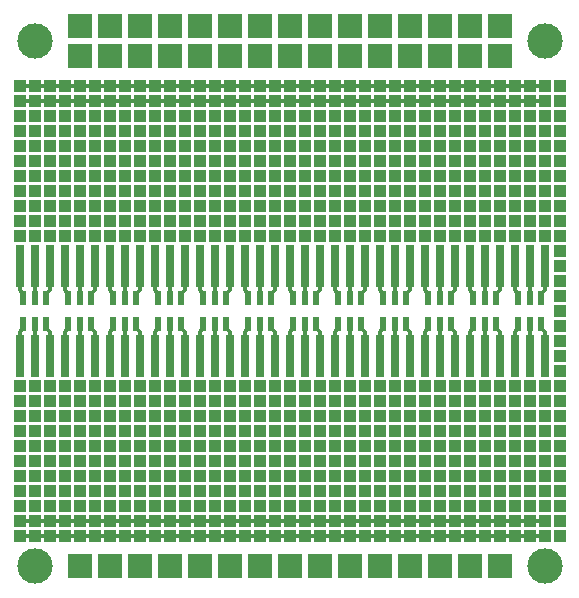
<source format=gtl>
G04 #@! TF.FileFunction,Copper,L1,Top,Signal*
%FSLAX46Y46*%
G04 Gerber Fmt 4.6, Leading zero omitted, Abs format (unit mm)*
G04 Created by KiCad (PCBNEW 4.0.4-stable) date Saturday, October 22, 2016 'PMt' 11:23:18 PM*
%MOMM*%
%LPD*%
G01*
G04 APERTURE LIST*
%ADD10C,0.150000*%
%ADD11R,0.579120X1.198880*%
%ADD12R,1.998980X1.998980*%
%ADD13R,1.000760X1.000760*%
%ADD14R,0.685800X3.600000*%
%ADD15C,3.000000*%
%ADD16C,0.304800*%
G04 APERTURE END LIST*
D10*
D11*
X27450040Y-52189820D03*
X28400000Y-52189820D03*
X29349960Y-52189820D03*
X29349960Y-49990180D03*
X28400000Y-49990180D03*
X27450040Y-49990180D03*
X50310040Y-52189820D03*
X51260000Y-52189820D03*
X52209960Y-52189820D03*
X52209960Y-49990180D03*
X51260000Y-49990180D03*
X50310040Y-49990180D03*
X69360040Y-52189820D03*
X70310000Y-52189820D03*
X71259960Y-52189820D03*
X71259960Y-49990180D03*
X70310000Y-49990180D03*
X69360040Y-49990180D03*
X65550040Y-52189820D03*
X66500000Y-52189820D03*
X67449960Y-52189820D03*
X67449960Y-49990180D03*
X66500000Y-49990180D03*
X65550040Y-49990180D03*
X61740040Y-52189820D03*
X62690000Y-52189820D03*
X63639960Y-52189820D03*
X63639960Y-49990180D03*
X62690000Y-49990180D03*
X61740040Y-49990180D03*
X57930040Y-52189820D03*
X58880000Y-52189820D03*
X59829960Y-52189820D03*
X59829960Y-49990180D03*
X58880000Y-49990180D03*
X57930040Y-49990180D03*
X54120040Y-52189820D03*
X55070000Y-52189820D03*
X56019960Y-52189820D03*
X56019960Y-49990180D03*
X55070000Y-49990180D03*
X54120040Y-49990180D03*
X46500040Y-52189820D03*
X47450000Y-52189820D03*
X48399960Y-52189820D03*
X48399960Y-49990180D03*
X47450000Y-49990180D03*
X46500040Y-49990180D03*
X42690040Y-52189820D03*
X43640000Y-52189820D03*
X44589960Y-52189820D03*
X44589960Y-49990180D03*
X43640000Y-49990180D03*
X42690040Y-49990180D03*
X38880040Y-52189820D03*
X39830000Y-52189820D03*
X40779960Y-52189820D03*
X40779960Y-49990180D03*
X39830000Y-49990180D03*
X38880040Y-49990180D03*
X35070040Y-52189820D03*
X36020000Y-52189820D03*
X36969960Y-52189820D03*
X36969960Y-49990180D03*
X36020000Y-49990180D03*
X35070040Y-49990180D03*
X31260040Y-52189820D03*
X32210000Y-52189820D03*
X33159960Y-52189820D03*
X33159960Y-49990180D03*
X32210000Y-49990180D03*
X31260040Y-49990180D03*
D12*
X32210000Y-26960000D03*
X34750000Y-26960000D03*
X37290000Y-26960000D03*
X39830000Y-26960000D03*
X42370000Y-26960000D03*
X44910000Y-26960000D03*
X47450000Y-26960000D03*
X49990000Y-26960000D03*
X52530000Y-26960000D03*
X55070000Y-26960000D03*
X57610000Y-26960000D03*
X60150000Y-26960000D03*
X62690000Y-26960000D03*
X65230000Y-26960000D03*
X67770000Y-26960000D03*
X57610000Y-72680000D03*
X60150000Y-72680000D03*
X55070000Y-72680000D03*
X52530000Y-72680000D03*
X49990000Y-72680000D03*
X47450000Y-72680000D03*
X44910000Y-72680000D03*
X32210000Y-72680000D03*
X34750000Y-72680000D03*
X37290000Y-72680000D03*
X39830000Y-72680000D03*
X42370000Y-72680000D03*
X62690000Y-72680000D03*
X65230000Y-72680000D03*
X67770000Y-72680000D03*
D13*
X28400000Y-68870000D03*
X27130000Y-68870000D03*
X27130000Y-57440000D03*
X28400000Y-33310000D03*
X27130000Y-33310000D03*
X29670000Y-33310000D03*
X30940000Y-33310000D03*
X32210000Y-33310000D03*
X33480000Y-33310000D03*
X34750000Y-33310000D03*
X36020000Y-33310000D03*
X37290000Y-33310000D03*
X38560000Y-33310000D03*
X42370000Y-33310000D03*
X43640000Y-33310000D03*
X44910000Y-33310000D03*
X46180000Y-33310000D03*
X47450000Y-33310000D03*
X48720000Y-33310000D03*
X49990000Y-33310000D03*
X51260000Y-33310000D03*
X52530000Y-33310000D03*
X56340000Y-33310000D03*
X58880000Y-33310000D03*
X60150000Y-33310000D03*
X66500000Y-33310000D03*
X67770000Y-33310000D03*
X70310000Y-33310000D03*
X39830000Y-33310000D03*
X71580000Y-33310000D03*
X69040000Y-33310000D03*
X65230000Y-33310000D03*
X63960000Y-33310000D03*
X62690000Y-33310000D03*
X61420000Y-33310000D03*
X57610000Y-33310000D03*
X55070000Y-33310000D03*
X53800000Y-33310000D03*
X71580000Y-32040000D03*
X70310000Y-32040000D03*
X69040000Y-32040000D03*
X67770000Y-32040000D03*
X66500000Y-32040000D03*
X65230000Y-32040000D03*
X63960000Y-32040000D03*
X62690000Y-32040000D03*
X41100000Y-33310000D03*
X61420000Y-32040000D03*
X60150000Y-32040000D03*
X58880000Y-32040000D03*
X57610000Y-32040000D03*
X56340000Y-32040000D03*
X55070000Y-32040000D03*
X53800000Y-32040000D03*
X52530000Y-32040000D03*
X51260000Y-32040000D03*
X49990000Y-32040000D03*
X48720000Y-32040000D03*
X47450000Y-32040000D03*
X46180000Y-32040000D03*
X44910000Y-32040000D03*
X43640000Y-32040000D03*
X42370000Y-32040000D03*
X41100000Y-32040000D03*
X39830000Y-32040000D03*
X37290000Y-32040000D03*
X38560000Y-32040000D03*
X36020000Y-32040000D03*
X34750000Y-32040000D03*
X33480000Y-32040000D03*
X32210000Y-32040000D03*
X30940000Y-32040000D03*
X29670000Y-32040000D03*
X28400000Y-32040000D03*
X27130000Y-32040000D03*
X30940000Y-70140000D03*
X38560000Y-70140000D03*
X39830000Y-70140000D03*
X41100000Y-70140000D03*
X42370000Y-70140000D03*
X43640000Y-70140000D03*
X52530000Y-70140000D03*
X65230000Y-70140000D03*
X69040000Y-70140000D03*
X70310000Y-70140000D03*
X71580000Y-70140000D03*
X27130000Y-70140000D03*
X67770000Y-70140000D03*
X66500000Y-70140000D03*
X63960000Y-70140000D03*
X62690000Y-70140000D03*
X61420000Y-70140000D03*
X60150000Y-70140000D03*
X58880000Y-70140000D03*
X57610000Y-70140000D03*
X56340000Y-70140000D03*
X55070000Y-70140000D03*
X53800000Y-70140000D03*
X51260000Y-70140000D03*
X49990000Y-70140000D03*
X48720000Y-70140000D03*
X47450000Y-70140000D03*
X46180000Y-70140000D03*
X44910000Y-70140000D03*
X37290000Y-70140000D03*
X36020000Y-70140000D03*
X34750000Y-70140000D03*
X33480000Y-70140000D03*
X32210000Y-70140000D03*
X29670000Y-70140000D03*
X28400000Y-70140000D03*
X33480000Y-68870000D03*
X49990000Y-68870000D03*
X51260000Y-68870000D03*
X60150000Y-68870000D03*
X61420000Y-68870000D03*
X65230000Y-68870000D03*
X69040000Y-68870000D03*
X71580000Y-68870000D03*
X70310000Y-68870000D03*
X67770000Y-68870000D03*
X66500000Y-68870000D03*
X63960000Y-68870000D03*
X47450000Y-68870000D03*
X46180000Y-68870000D03*
X44910000Y-68870000D03*
X43640000Y-68870000D03*
X42370000Y-68870000D03*
X39830000Y-68870000D03*
X38560000Y-68870000D03*
X37290000Y-68870000D03*
X36020000Y-68870000D03*
X34750000Y-68870000D03*
X32210000Y-68870000D03*
X62690000Y-68870000D03*
X58880000Y-68870000D03*
X57610000Y-68870000D03*
X56340000Y-68870000D03*
X55070000Y-68870000D03*
X53800000Y-68870000D03*
X52530000Y-68870000D03*
X30940000Y-68870000D03*
X29670000Y-68870000D03*
X41100000Y-68870000D03*
X48720000Y-68870000D03*
D14*
X27130000Y-54900000D03*
X28400000Y-54900000D03*
X29670000Y-54900000D03*
X29670000Y-47280000D03*
X28400000Y-47280000D03*
X27130000Y-47280000D03*
X46180000Y-54900000D03*
X47450000Y-54900000D03*
X48720000Y-54900000D03*
X48720000Y-47280000D03*
X47450000Y-47280000D03*
X46180000Y-47280000D03*
X42370000Y-54900000D03*
X43640000Y-54900000D03*
X44910000Y-54900000D03*
X44910000Y-47280000D03*
X43640000Y-47280000D03*
X42370000Y-47280000D03*
X49990000Y-54900000D03*
X51260000Y-54900000D03*
X52530000Y-54900000D03*
X52530000Y-47280000D03*
X51260000Y-47280000D03*
X49990000Y-47280000D03*
X30940000Y-54900000D03*
X32210000Y-54900000D03*
X33480000Y-54900000D03*
X33480000Y-47280000D03*
X32210000Y-47280000D03*
X30940000Y-47280000D03*
X53800000Y-54900000D03*
X55070000Y-54900000D03*
X56340000Y-54900000D03*
X56340000Y-47280000D03*
X55070000Y-47280000D03*
X53800000Y-47280000D03*
X57610000Y-54900000D03*
X58880000Y-54900000D03*
X60150000Y-54900000D03*
X60150000Y-47280000D03*
X58880000Y-47280000D03*
X57610000Y-47280000D03*
X38560000Y-54900000D03*
X39830000Y-54900000D03*
X41100000Y-54900000D03*
X41100000Y-47280000D03*
X39830000Y-47280000D03*
X38560000Y-47280000D03*
X61420000Y-54900000D03*
X62690000Y-54900000D03*
X63960000Y-54900000D03*
X63960000Y-47280000D03*
X62690000Y-47280000D03*
X61420000Y-47280000D03*
X65230000Y-54900000D03*
X66500000Y-54900000D03*
X67770000Y-54900000D03*
X67770000Y-47280000D03*
X66500000Y-47280000D03*
X65230000Y-47280000D03*
X34750000Y-54900000D03*
X36020000Y-54900000D03*
X37290000Y-54900000D03*
X37290000Y-47280000D03*
X36020000Y-47280000D03*
X34750000Y-47280000D03*
X69040000Y-54900000D03*
X70310000Y-54900000D03*
X71580000Y-54900000D03*
X71580000Y-47280000D03*
X70310000Y-47280000D03*
X69040000Y-47280000D03*
D15*
X28400000Y-72680000D03*
X71580000Y-72680000D03*
X28400000Y-28230000D03*
X71580000Y-28230000D03*
D13*
X27130000Y-58710000D03*
X28400000Y-57440000D03*
X29670000Y-57440000D03*
X28400000Y-58710000D03*
X29670000Y-58710000D03*
X30940000Y-57440000D03*
X30940000Y-58710000D03*
X27130000Y-59980000D03*
X27130000Y-61250000D03*
X27130000Y-62520000D03*
X27130000Y-63790000D03*
X27130000Y-65060000D03*
X27130000Y-66330000D03*
X27130000Y-67600000D03*
X28400000Y-59980000D03*
X28400000Y-61250000D03*
X28400000Y-62520000D03*
X28400000Y-63790000D03*
X28400000Y-65060000D03*
X28400000Y-66330000D03*
X28400000Y-67600000D03*
X29670000Y-67600000D03*
X29670000Y-66330000D03*
X29670000Y-65060000D03*
X29670000Y-63790000D03*
X29670000Y-62520000D03*
X29670000Y-59980000D03*
X29670000Y-61250000D03*
X30940000Y-59980000D03*
X30940000Y-61250000D03*
X30940000Y-67600000D03*
X30940000Y-66330000D03*
X30940000Y-65060000D03*
X30940000Y-62520000D03*
X30940000Y-63790000D03*
X32210000Y-57440000D03*
X32210000Y-58710000D03*
X32210000Y-59980000D03*
X32210000Y-61250000D03*
X32210000Y-62520000D03*
X32210000Y-63790000D03*
X32210000Y-65060000D03*
X32210000Y-66330000D03*
X32210000Y-67600000D03*
X33480000Y-67600000D03*
X34750000Y-67600000D03*
X33480000Y-66330000D03*
X34750000Y-65060000D03*
X34750000Y-66330000D03*
X39830000Y-61250000D03*
X37290000Y-62520000D03*
X38560000Y-62520000D03*
X34750000Y-58710000D03*
X37290000Y-58710000D03*
X34750000Y-59980000D03*
X33480000Y-62520000D03*
X37290000Y-61250000D03*
X37290000Y-59980000D03*
X34750000Y-57440000D03*
X33480000Y-57440000D03*
X33480000Y-58710000D03*
X33480000Y-59980000D03*
X33480000Y-61250000D03*
X36020000Y-63790000D03*
X36020000Y-61250000D03*
X33480000Y-65060000D03*
X33480000Y-63790000D03*
X34750000Y-63790000D03*
X34750000Y-62520000D03*
X34750000Y-61250000D03*
X36020000Y-62520000D03*
X36020000Y-57440000D03*
X36020000Y-58710000D03*
X36020000Y-59980000D03*
X37290000Y-57440000D03*
X38560000Y-57440000D03*
X38560000Y-58710000D03*
X38560000Y-59980000D03*
X36020000Y-65060000D03*
X36020000Y-66330000D03*
X36020000Y-67600000D03*
X37290000Y-63790000D03*
X38560000Y-63790000D03*
X38560000Y-65060000D03*
X37290000Y-65060000D03*
X38560000Y-66330000D03*
X37290000Y-66330000D03*
X38560000Y-67600000D03*
X37290000Y-67600000D03*
X39830000Y-67600000D03*
X39830000Y-66330000D03*
X39830000Y-62520000D03*
X39830000Y-63790000D03*
X39830000Y-65060000D03*
X39830000Y-57440000D03*
X39830000Y-58710000D03*
X39830000Y-59980000D03*
X41100000Y-67600000D03*
X41100000Y-66330000D03*
X41100000Y-65060000D03*
X41100000Y-63790000D03*
X41100000Y-62520000D03*
X41100000Y-61250000D03*
X41100000Y-57440000D03*
X41100000Y-58710000D03*
X41100000Y-59980000D03*
X42370000Y-57440000D03*
X42370000Y-58710000D03*
X42370000Y-59980000D03*
X42370000Y-61250000D03*
X42370000Y-62520000D03*
X42370000Y-63790000D03*
X42370000Y-65060000D03*
X42370000Y-66330000D03*
X42370000Y-67600000D03*
X43640000Y-67600000D03*
X43640000Y-66330000D03*
X43640000Y-65060000D03*
X43640000Y-63790000D03*
X43640000Y-62520000D03*
X43640000Y-61250000D03*
X43640000Y-59980000D03*
X43640000Y-58710000D03*
X43640000Y-57440000D03*
X44910000Y-57440000D03*
X44910000Y-58710000D03*
X44910000Y-59980000D03*
X44910000Y-61250000D03*
X44910000Y-62520000D03*
X44910000Y-63790000D03*
X44910000Y-65060000D03*
X44910000Y-66330000D03*
X44910000Y-67600000D03*
X46180000Y-67600000D03*
X46180000Y-66330000D03*
X46180000Y-65060000D03*
X46180000Y-63790000D03*
X46180000Y-62520000D03*
X46180000Y-61250000D03*
X46180000Y-59980000D03*
X46180000Y-58710000D03*
X46180000Y-57440000D03*
X47450000Y-66330000D03*
X47450000Y-67600000D03*
X47450000Y-65060000D03*
X48720000Y-63790000D03*
X47450000Y-62520000D03*
X38560000Y-61250000D03*
X47450000Y-61250000D03*
X47450000Y-59980000D03*
X47450000Y-58710000D03*
X47450000Y-57440000D03*
X48720000Y-67600000D03*
X49990000Y-67600000D03*
X48720000Y-66330000D03*
X49990000Y-66330000D03*
X48720000Y-65060000D03*
X49990000Y-65060000D03*
X47450000Y-63790000D03*
X49990000Y-63790000D03*
X48720000Y-62520000D03*
X49990000Y-62520000D03*
X48720000Y-61250000D03*
X49990000Y-61250000D03*
X48720000Y-59980000D03*
X49990000Y-59980000D03*
X48720000Y-58710000D03*
X49990000Y-58710000D03*
X48720000Y-57440000D03*
X49990000Y-57440000D03*
X51260000Y-67600000D03*
X51260000Y-66330000D03*
X52530000Y-67600000D03*
X51260000Y-65060000D03*
X52530000Y-66330000D03*
X51260000Y-63790000D03*
X53800000Y-67600000D03*
X71580000Y-67600000D03*
X71580000Y-57440000D03*
X71580000Y-58710000D03*
X70310000Y-57440000D03*
X70310000Y-58710000D03*
X69040000Y-57440000D03*
X69040000Y-58710000D03*
X67770000Y-57440000D03*
X67770000Y-58710000D03*
X66500000Y-57440000D03*
X66500000Y-58710000D03*
X71580000Y-59980000D03*
X65230000Y-62520000D03*
X71580000Y-62520000D03*
X71580000Y-63790000D03*
X72850000Y-34580000D03*
X71580000Y-65060000D03*
X71580000Y-66330000D03*
X70310000Y-61250000D03*
X70310000Y-63790000D03*
X69040000Y-62520000D03*
X69040000Y-63790000D03*
X69040000Y-59980000D03*
X69040000Y-61250000D03*
X72850000Y-38390000D03*
X67770000Y-59980000D03*
X67770000Y-61250000D03*
X66500000Y-59980000D03*
X66500000Y-61250000D03*
X66500000Y-62520000D03*
X67770000Y-62520000D03*
X66500000Y-63790000D03*
X67770000Y-63790000D03*
X72850000Y-49820000D03*
X72850000Y-46010000D03*
X72850000Y-42200000D03*
X70310000Y-65060000D03*
X69040000Y-65060000D03*
X70310000Y-66330000D03*
X69040000Y-66330000D03*
X70310000Y-67600000D03*
X69040000Y-67600000D03*
X67770000Y-65060000D03*
X66500000Y-65060000D03*
X65230000Y-57440000D03*
X65230000Y-58710000D03*
X65230000Y-59980000D03*
X63960000Y-59980000D03*
X65230000Y-61250000D03*
X63960000Y-61250000D03*
X71580000Y-61250000D03*
X63960000Y-62520000D03*
X63960000Y-58710000D03*
X63960000Y-57440000D03*
X65230000Y-63790000D03*
X63960000Y-63790000D03*
X72850000Y-57440000D03*
X72850000Y-53630000D03*
X67770000Y-66330000D03*
X67770000Y-67600000D03*
X66500000Y-66330000D03*
X66500000Y-67600000D03*
X65230000Y-65060000D03*
X63960000Y-65060000D03*
X65230000Y-67600000D03*
X65230000Y-66330000D03*
X63960000Y-67600000D03*
X63960000Y-66330000D03*
X62690000Y-57440000D03*
X62690000Y-58710000D03*
X61420000Y-57440000D03*
X61420000Y-58710000D03*
X60150000Y-57440000D03*
X58880000Y-57440000D03*
X57610000Y-57440000D03*
X56340000Y-57440000D03*
X55070000Y-57440000D03*
X52530000Y-57440000D03*
X51260000Y-57440000D03*
X53800000Y-57440000D03*
X51260000Y-58710000D03*
X51260000Y-59980000D03*
X51260000Y-61250000D03*
X52530000Y-58710000D03*
X52530000Y-59980000D03*
X53800000Y-58710000D03*
X55070000Y-58710000D03*
X53800000Y-59980000D03*
X52530000Y-61250000D03*
X56340000Y-58710000D03*
X60150000Y-58710000D03*
X58880000Y-58710000D03*
X57610000Y-58710000D03*
X55070000Y-59980000D03*
X53800000Y-61250000D03*
X51260000Y-62520000D03*
X52530000Y-62520000D03*
X52530000Y-63790000D03*
X52530000Y-65060000D03*
X53800000Y-62520000D03*
X53800000Y-63790000D03*
X53800000Y-65060000D03*
X53800000Y-66330000D03*
X56340000Y-59980000D03*
X55070000Y-61250000D03*
X57610000Y-59980000D03*
X58880000Y-59980000D03*
X61420000Y-59980000D03*
X62690000Y-59980000D03*
X60150000Y-59980000D03*
X62690000Y-61250000D03*
X61420000Y-61250000D03*
X60150000Y-61250000D03*
X58880000Y-61250000D03*
X56340000Y-61250000D03*
X57610000Y-61250000D03*
X62690000Y-62520000D03*
X61420000Y-62520000D03*
X58880000Y-62520000D03*
X60150000Y-62520000D03*
X70310000Y-59980000D03*
X55070000Y-62520000D03*
X56340000Y-62520000D03*
X57610000Y-62520000D03*
X55070000Y-63790000D03*
X56340000Y-63790000D03*
X57610000Y-63790000D03*
X60150000Y-63790000D03*
X58880000Y-63790000D03*
X61420000Y-63790000D03*
X62690000Y-63790000D03*
X70310000Y-62520000D03*
X72850000Y-61250000D03*
X55070000Y-67600000D03*
X55070000Y-66330000D03*
X55070000Y-65060000D03*
X56340000Y-65060000D03*
X57610000Y-67600000D03*
X56340000Y-67600000D03*
X56340000Y-66330000D03*
X58880000Y-66330000D03*
X57610000Y-66330000D03*
X57610000Y-65060000D03*
X72850000Y-70140000D03*
X72850000Y-68870000D03*
X72850000Y-65060000D03*
X62690000Y-65060000D03*
X62690000Y-67600000D03*
X62690000Y-66330000D03*
X58880000Y-65060000D03*
X61420000Y-65060000D03*
X60150000Y-65060000D03*
X61420000Y-66330000D03*
X60150000Y-67600000D03*
X60150000Y-66330000D03*
X61420000Y-67600000D03*
X58880000Y-67600000D03*
X27130000Y-34580000D03*
X28400000Y-34580000D03*
X29670000Y-34580000D03*
X30940000Y-34580000D03*
X32210000Y-34580000D03*
X33480000Y-34580000D03*
X34750000Y-34580000D03*
X36020000Y-34580000D03*
X37290000Y-34580000D03*
X38560000Y-34580000D03*
X39830000Y-34580000D03*
X41100000Y-34580000D03*
X42370000Y-34580000D03*
X43640000Y-34580000D03*
X44910000Y-34580000D03*
X46180000Y-34580000D03*
X47450000Y-34580000D03*
X48720000Y-34580000D03*
X38560000Y-35850000D03*
X37290000Y-35850000D03*
X36020000Y-35850000D03*
X34750000Y-35850000D03*
X33480000Y-35850000D03*
X32210000Y-35850000D03*
X30940000Y-35850000D03*
X28400000Y-35850000D03*
X29670000Y-35850000D03*
X27130000Y-35850000D03*
X27130000Y-37120000D03*
X27130000Y-38390000D03*
X27130000Y-39660000D03*
X28400000Y-37120000D03*
X27130000Y-44740000D03*
X27130000Y-42200000D03*
X27130000Y-40930000D03*
X27130000Y-43470000D03*
X29670000Y-37120000D03*
X30940000Y-37120000D03*
X32210000Y-37120000D03*
X33480000Y-37120000D03*
X34750000Y-37120000D03*
X36020000Y-37120000D03*
X28400000Y-38390000D03*
X29670000Y-38390000D03*
X32210000Y-38390000D03*
X30940000Y-38390000D03*
X33480000Y-38390000D03*
X28400000Y-39660000D03*
X28400000Y-44740000D03*
X28400000Y-42200000D03*
X28400000Y-40930000D03*
X29670000Y-43470000D03*
X28400000Y-43470000D03*
X29670000Y-39660000D03*
X29670000Y-40930000D03*
X29670000Y-42200000D03*
X29670000Y-44740000D03*
X30940000Y-39660000D03*
X30940000Y-40930000D03*
X30940000Y-42200000D03*
X32210000Y-39660000D03*
X33480000Y-39660000D03*
X30940000Y-44740000D03*
X30940000Y-43470000D03*
X32210000Y-44740000D03*
X32210000Y-43470000D03*
X32210000Y-40930000D03*
X32210000Y-42200000D03*
X34750000Y-44740000D03*
X33480000Y-44740000D03*
X33480000Y-43470000D03*
X33480000Y-42200000D03*
X33480000Y-40930000D03*
X34750000Y-38390000D03*
X34750000Y-39660000D03*
X34750000Y-40930000D03*
X34750000Y-42200000D03*
X34750000Y-43470000D03*
X37290000Y-37120000D03*
X52530000Y-34580000D03*
X51260000Y-34580000D03*
X49990000Y-34580000D03*
X49990000Y-35850000D03*
X47450000Y-35850000D03*
X48720000Y-35850000D03*
X46180000Y-35850000D03*
X44910000Y-35850000D03*
X41100000Y-35850000D03*
X38560000Y-38390000D03*
X39830000Y-39660000D03*
X42370000Y-38390000D03*
X46180000Y-39660000D03*
X38560000Y-42200000D03*
X42370000Y-42200000D03*
X44910000Y-43470000D03*
X46180000Y-42200000D03*
X39830000Y-35850000D03*
X43640000Y-35850000D03*
X42370000Y-35850000D03*
X38560000Y-37120000D03*
X39830000Y-37120000D03*
X43640000Y-37120000D03*
X36020000Y-44740000D03*
X36020000Y-38390000D03*
X41100000Y-37120000D03*
X42370000Y-37120000D03*
X36020000Y-40930000D03*
X37290000Y-44740000D03*
X52530000Y-44740000D03*
X51260000Y-44740000D03*
X49990000Y-44740000D03*
X48720000Y-44740000D03*
X47450000Y-44740000D03*
X46180000Y-44740000D03*
X44910000Y-44740000D03*
X43640000Y-44740000D03*
X42370000Y-44740000D03*
X41100000Y-44740000D03*
X39830000Y-44740000D03*
X38560000Y-44740000D03*
X36020000Y-43470000D03*
X52530000Y-43470000D03*
X51260000Y-43470000D03*
X49990000Y-43470000D03*
X48720000Y-42200000D03*
X48720000Y-43470000D03*
X47450000Y-43470000D03*
X46180000Y-43470000D03*
X44910000Y-42200000D03*
X47450000Y-42200000D03*
X43640000Y-43470000D03*
X42370000Y-43470000D03*
X41100000Y-43470000D03*
X39830000Y-43470000D03*
X38560000Y-43470000D03*
X37290000Y-43470000D03*
X37290000Y-42200000D03*
X36020000Y-42200000D03*
X39830000Y-42200000D03*
X41100000Y-42200000D03*
X43640000Y-42200000D03*
X37290000Y-40930000D03*
X38560000Y-40930000D03*
X39830000Y-40930000D03*
X41100000Y-40930000D03*
X42370000Y-40930000D03*
X43640000Y-40930000D03*
X36020000Y-39660000D03*
X37290000Y-39660000D03*
X37290000Y-38390000D03*
X38560000Y-39660000D03*
X39830000Y-38390000D03*
X41100000Y-39660000D03*
X41100000Y-38390000D03*
X42370000Y-39660000D03*
X43640000Y-39660000D03*
X43640000Y-38390000D03*
X44910000Y-37120000D03*
X44910000Y-38390000D03*
X44910000Y-39660000D03*
X44910000Y-40930000D03*
X46180000Y-40930000D03*
X46180000Y-37120000D03*
X47450000Y-37120000D03*
X49990000Y-37120000D03*
X48720000Y-37120000D03*
X46180000Y-38390000D03*
X47450000Y-38390000D03*
X47450000Y-39660000D03*
X47450000Y-40930000D03*
X48720000Y-40930000D03*
X49990000Y-42200000D03*
X48720000Y-39660000D03*
X48720000Y-38390000D03*
X49990000Y-38390000D03*
X49990000Y-39660000D03*
X49990000Y-40930000D03*
X51260000Y-42200000D03*
X51260000Y-35850000D03*
X52530000Y-35850000D03*
X51260000Y-37120000D03*
X52530000Y-37120000D03*
X51260000Y-40930000D03*
X51260000Y-39660000D03*
X51260000Y-38390000D03*
X52530000Y-38390000D03*
X52530000Y-39660000D03*
X52530000Y-40930000D03*
X52530000Y-42200000D03*
X53800000Y-44740000D03*
X53800000Y-43470000D03*
X53800000Y-42200000D03*
X53800000Y-34580000D03*
X53800000Y-35850000D03*
X53800000Y-37120000D03*
X53800000Y-38390000D03*
X53800000Y-40930000D03*
X53800000Y-39660000D03*
X55070000Y-44740000D03*
X56340000Y-44740000D03*
X57610000Y-44740000D03*
X58880000Y-44740000D03*
X60150000Y-44740000D03*
X61420000Y-44740000D03*
X55070000Y-43470000D03*
X55070000Y-34580000D03*
X55070000Y-35850000D03*
X55070000Y-37120000D03*
X55070000Y-38390000D03*
X55070000Y-39660000D03*
X55070000Y-40930000D03*
X55070000Y-42200000D03*
X56340000Y-34580000D03*
X56340000Y-35850000D03*
X56340000Y-37120000D03*
X56340000Y-38390000D03*
X56340000Y-39660000D03*
X56340000Y-40930000D03*
X57610000Y-42200000D03*
X56340000Y-42200000D03*
X56340000Y-43470000D03*
X57610000Y-43470000D03*
X57610000Y-40930000D03*
X57610000Y-39660000D03*
X57610000Y-38390000D03*
X57610000Y-37120000D03*
X57610000Y-34580000D03*
X57610000Y-35850000D03*
X58880000Y-34580000D03*
X58880000Y-35850000D03*
X58880000Y-37120000D03*
X58880000Y-39660000D03*
X58880000Y-38390000D03*
X58880000Y-40930000D03*
X58880000Y-42200000D03*
X58880000Y-43470000D03*
X60150000Y-43470000D03*
X60150000Y-42200000D03*
X60150000Y-40930000D03*
X60150000Y-38390000D03*
X60150000Y-39660000D03*
X72850000Y-67600000D03*
X72850000Y-66330000D03*
X60150000Y-37120000D03*
X60150000Y-35850000D03*
X60150000Y-34580000D03*
X61420000Y-34580000D03*
X61420000Y-35850000D03*
X61420000Y-37120000D03*
X72850000Y-62520000D03*
X72850000Y-63790000D03*
X61420000Y-38390000D03*
X61420000Y-40930000D03*
X61420000Y-39660000D03*
X61420000Y-43470000D03*
X61420000Y-42200000D03*
X62690000Y-44740000D03*
X62690000Y-43470000D03*
X62690000Y-42200000D03*
X62690000Y-40930000D03*
X63960000Y-39660000D03*
X62690000Y-38390000D03*
X72850000Y-59980000D03*
X72850000Y-58710000D03*
X62690000Y-37120000D03*
X62690000Y-34580000D03*
X62690000Y-35850000D03*
X63960000Y-34580000D03*
X65230000Y-34580000D03*
X66500000Y-34580000D03*
X67770000Y-34580000D03*
X69040000Y-34580000D03*
X71580000Y-34580000D03*
X70310000Y-34580000D03*
X71580000Y-35850000D03*
X70310000Y-35850000D03*
X69040000Y-35850000D03*
X67770000Y-35850000D03*
X66500000Y-35850000D03*
X63960000Y-35850000D03*
X65230000Y-35850000D03*
X71580000Y-37120000D03*
X70310000Y-37120000D03*
X69040000Y-37120000D03*
X67770000Y-37120000D03*
X63960000Y-37120000D03*
X65230000Y-37120000D03*
X66500000Y-37120000D03*
X72850000Y-54900000D03*
X72850000Y-32040000D03*
X72850000Y-35850000D03*
X72850000Y-43470000D03*
X72850000Y-39660000D03*
X72850000Y-51090000D03*
X72850000Y-47280000D03*
X63960000Y-44740000D03*
X71580000Y-44740000D03*
X70310000Y-44740000D03*
X69040000Y-44740000D03*
X67770000Y-44740000D03*
X66500000Y-44740000D03*
X65230000Y-44740000D03*
X72850000Y-56170000D03*
X63960000Y-38390000D03*
X62690000Y-39660000D03*
X63960000Y-40930000D03*
X63960000Y-42200000D03*
X63960000Y-43470000D03*
X65230000Y-43470000D03*
X65230000Y-42200000D03*
X72850000Y-52360000D03*
X72850000Y-48550000D03*
X72850000Y-44740000D03*
X65230000Y-38390000D03*
X65230000Y-39660000D03*
X65230000Y-40930000D03*
X66500000Y-38390000D03*
X66500000Y-39660000D03*
X66500000Y-40930000D03*
X66500000Y-42200000D03*
X66500000Y-43470000D03*
X67770000Y-43470000D03*
X67770000Y-42200000D03*
X67770000Y-40930000D03*
X72850000Y-40930000D03*
X72850000Y-33310000D03*
X72850000Y-37120000D03*
X67770000Y-38390000D03*
X67770000Y-39660000D03*
X69040000Y-38390000D03*
X70310000Y-38390000D03*
X71580000Y-38390000D03*
X69040000Y-39660000D03*
X69040000Y-40930000D03*
X70310000Y-39660000D03*
X70310000Y-40930000D03*
X71580000Y-39660000D03*
X71580000Y-40930000D03*
X69040000Y-42200000D03*
X69040000Y-43470000D03*
X70310000Y-42200000D03*
X71580000Y-42200000D03*
X71580000Y-43470000D03*
X70310000Y-43470000D03*
D12*
X32210000Y-29500000D03*
X34750000Y-29500000D03*
X37290000Y-29500000D03*
X39830000Y-29500000D03*
X42370000Y-29500000D03*
X47450000Y-29500000D03*
X44910000Y-29500000D03*
X52530000Y-29500000D03*
X49990000Y-29500000D03*
X67770000Y-29500000D03*
X65230000Y-29500000D03*
X62690000Y-29500000D03*
X60150000Y-29500000D03*
X57610000Y-29500000D03*
X55070000Y-29500000D03*
D16*
X29349960Y-49632040D02*
X29670000Y-49312000D01*
X29670000Y-49312000D02*
X29670000Y-47280000D01*
X29349960Y-49990180D02*
X29349960Y-49632040D01*
X27450040Y-49632040D02*
X27130000Y-49312000D01*
X27130000Y-49312000D02*
X27130000Y-47280000D01*
X27450040Y-49990180D02*
X27450040Y-49632040D01*
X28400000Y-52189820D02*
X28400000Y-54900000D01*
X33159960Y-52547960D02*
X33480000Y-52868000D01*
X33480000Y-52868000D02*
X33480000Y-54900000D01*
X33159960Y-52189820D02*
X33159960Y-52547960D01*
X32210000Y-49990180D02*
X32210000Y-47280000D01*
X32210000Y-52189820D02*
X32210000Y-54900000D01*
X33159960Y-49632040D02*
X33480000Y-49312000D01*
X33480000Y-49312000D02*
X33480000Y-47280000D01*
X33159960Y-49990180D02*
X33159960Y-49632040D01*
X31260040Y-49632040D02*
X30940000Y-49312000D01*
X30940000Y-49312000D02*
X30940000Y-47280000D01*
X31260040Y-49990180D02*
X31260040Y-49632040D01*
X27450040Y-52547960D02*
X27130000Y-52868000D01*
X27130000Y-52868000D02*
X27130000Y-54900000D01*
X27450040Y-52189820D02*
X27450040Y-52547960D01*
X29349960Y-52547960D02*
X29670000Y-52868000D01*
X29670000Y-52868000D02*
X29670000Y-54900000D01*
X29349960Y-52189820D02*
X29349960Y-52547960D01*
X28400000Y-49990180D02*
X28400000Y-47280000D01*
X69040000Y-70140000D02*
X67770000Y-70140000D01*
X70310000Y-70140000D02*
X69040000Y-70140000D01*
X71580000Y-70140000D02*
X70310000Y-70140000D01*
X63960000Y-70140000D02*
X62690000Y-70140000D01*
X65230000Y-70140000D02*
X63960000Y-70140000D01*
X66500000Y-70140000D02*
X65230000Y-70140000D01*
X67770000Y-70140000D02*
X66500000Y-70140000D01*
X28400000Y-70140000D02*
X27130000Y-70140000D01*
X29670000Y-70140000D02*
X28400000Y-70140000D01*
X30940000Y-70140000D02*
X29670000Y-70140000D01*
X32210000Y-70140000D02*
X30940000Y-70140000D01*
X33480000Y-70140000D02*
X32210000Y-70140000D01*
X34750000Y-70140000D02*
X33480000Y-70140000D01*
X36020000Y-70140000D02*
X34750000Y-70140000D01*
X37290000Y-70140000D02*
X36020000Y-70140000D01*
X38560000Y-70140000D02*
X37290000Y-70140000D01*
X39830000Y-70140000D02*
X38560000Y-70140000D01*
X41100000Y-70140000D02*
X39830000Y-70140000D01*
X42370000Y-70140000D02*
X41100000Y-70140000D01*
X43640000Y-70140000D02*
X42370000Y-70140000D01*
X44910000Y-70140000D02*
X43640000Y-70140000D01*
X46180000Y-70140000D02*
X44910000Y-70140000D01*
X47450000Y-70140000D02*
X46180000Y-70140000D01*
X48720000Y-70140000D02*
X47450000Y-70140000D01*
X49990000Y-70140000D02*
X48720000Y-70140000D01*
X51260000Y-70140000D02*
X49990000Y-70140000D01*
X52530000Y-70140000D02*
X51260000Y-70140000D01*
X53800000Y-70140000D02*
X52530000Y-70140000D01*
X55070000Y-70140000D02*
X53800000Y-70140000D01*
X56340000Y-70140000D02*
X55070000Y-70140000D01*
X57610000Y-70140000D02*
X56340000Y-70140000D01*
X58880000Y-70140000D02*
X57610000Y-70140000D01*
X60150000Y-70140000D02*
X58880000Y-70140000D01*
X61420000Y-70140000D02*
X60150000Y-70140000D01*
X62690000Y-70140000D02*
X61420000Y-70140000D01*
X53800000Y-33310000D02*
X52530000Y-33310000D01*
X55070000Y-33310000D02*
X53800000Y-33310000D01*
X56340000Y-33310000D02*
X55070000Y-33310000D01*
X57610000Y-33310000D02*
X56340000Y-33310000D01*
X58880000Y-33310000D02*
X57610000Y-33310000D01*
X60150000Y-33310000D02*
X58880000Y-33310000D01*
X61420000Y-33310000D02*
X60150000Y-33310000D01*
X62690000Y-33310000D02*
X61420000Y-33310000D01*
X63960000Y-33310000D02*
X62690000Y-33310000D01*
X65230000Y-33310000D02*
X63960000Y-33310000D01*
X66500000Y-33310000D02*
X65230000Y-33310000D01*
X67770000Y-33310000D02*
X66500000Y-33310000D01*
X69040000Y-33310000D02*
X67770000Y-33310000D01*
X70310000Y-33310000D02*
X69040000Y-33310000D01*
X28400000Y-33310000D02*
X27130000Y-33310000D01*
X29670000Y-33310000D02*
X28400000Y-33310000D01*
X30940000Y-33310000D02*
X29670000Y-33310000D01*
X32210000Y-33310000D02*
X30940000Y-33310000D01*
X33480000Y-33310000D02*
X32210000Y-33310000D01*
X34750000Y-33310000D02*
X33480000Y-33310000D01*
X36020000Y-33310000D02*
X34750000Y-33310000D01*
X37290000Y-33310000D02*
X36020000Y-33310000D01*
X38560000Y-33310000D02*
X37290000Y-33310000D01*
X39830000Y-33310000D02*
X38560000Y-33310000D01*
X41100000Y-33310000D02*
X39830000Y-33310000D01*
X42370000Y-33310000D02*
X41100000Y-33310000D01*
X43640000Y-33310000D02*
X42370000Y-33310000D01*
X44910000Y-33310000D02*
X43640000Y-33310000D01*
X46180000Y-33310000D02*
X44910000Y-33310000D01*
X47450000Y-33310000D02*
X46180000Y-33310000D01*
X48720000Y-33310000D02*
X47450000Y-33310000D01*
X49990000Y-33310000D02*
X48720000Y-33310000D01*
X51260000Y-33310000D02*
X49990000Y-33310000D01*
X52530000Y-33310000D02*
X51260000Y-33310000D01*
X71580000Y-33310000D02*
X70310000Y-33310000D01*
X29670000Y-32040000D02*
X30940000Y-32040000D01*
X28400000Y-32040000D02*
X29670000Y-32040000D01*
X27130000Y-32040000D02*
X28400000Y-32040000D01*
X53800000Y-32040000D02*
X55070000Y-32040000D01*
X52530000Y-32040000D02*
X53800000Y-32040000D01*
X51260000Y-32040000D02*
X52530000Y-32040000D01*
X49990000Y-32040000D02*
X51260000Y-32040000D01*
X48720000Y-32040000D02*
X49990000Y-32040000D01*
X47450000Y-32040000D02*
X48720000Y-32040000D01*
X46180000Y-32040000D02*
X47450000Y-32040000D01*
X44910000Y-32040000D02*
X46180000Y-32040000D01*
X43640000Y-32040000D02*
X44910000Y-32040000D01*
X42370000Y-32040000D02*
X43640000Y-32040000D01*
X41100000Y-32040000D02*
X42370000Y-32040000D01*
X39830000Y-32040000D02*
X41100000Y-32040000D01*
X38560000Y-32040000D02*
X39830000Y-32040000D01*
X37290000Y-32040000D02*
X38560000Y-32040000D01*
X36020000Y-32040000D02*
X37290000Y-32040000D01*
X34750000Y-32040000D02*
X36020000Y-32040000D01*
X33480000Y-32040000D02*
X34750000Y-32040000D01*
X32210000Y-32040000D02*
X33480000Y-32040000D01*
X30940000Y-32040000D02*
X32210000Y-32040000D01*
X70310000Y-32040000D02*
X71580000Y-32040000D01*
X69040000Y-32040000D02*
X70310000Y-32040000D01*
X67770000Y-32040000D02*
X69040000Y-32040000D01*
X66500000Y-32040000D02*
X67770000Y-32040000D01*
X65230000Y-32040000D02*
X66500000Y-32040000D01*
X63960000Y-32040000D02*
X65230000Y-32040000D01*
X62690000Y-32040000D02*
X63960000Y-32040000D01*
X61420000Y-32040000D02*
X62690000Y-32040000D01*
X60150000Y-32040000D02*
X61420000Y-32040000D01*
X58880000Y-32040000D02*
X60150000Y-32040000D01*
X57610000Y-32040000D02*
X58880000Y-32040000D01*
X56340000Y-32040000D02*
X57610000Y-32040000D01*
X55070000Y-32040000D02*
X56340000Y-32040000D01*
X51260000Y-52189820D02*
X51260000Y-54900000D01*
X52209960Y-49632040D02*
X52530000Y-49312000D01*
X52530000Y-49312000D02*
X52530000Y-47280000D01*
X52209960Y-49990180D02*
X52209960Y-49632040D01*
X50310040Y-49632040D02*
X49990000Y-49312000D01*
X50310040Y-49990180D02*
X50310040Y-49632040D01*
X49990000Y-49312000D02*
X49990000Y-47280000D01*
X46500040Y-52547960D02*
X46180000Y-52868000D01*
X46180000Y-52868000D02*
X46180000Y-54900000D01*
X46500040Y-52189820D02*
X46500040Y-52547960D01*
X48399960Y-52189820D02*
X48399960Y-52547960D01*
X48399960Y-52547960D02*
X48720000Y-52868000D01*
X48720000Y-52868000D02*
X48720000Y-54900000D01*
X48399960Y-49632040D02*
X48720000Y-49312000D01*
X48720000Y-49312000D02*
X48720000Y-47280000D01*
X48399960Y-49990180D02*
X48399960Y-49632040D01*
X47450000Y-49990180D02*
X47450000Y-47280000D01*
X46500040Y-49632040D02*
X46180000Y-49312000D01*
X46180000Y-49312000D02*
X46180000Y-47280000D01*
X46500040Y-49990180D02*
X46500040Y-49632040D01*
X54120040Y-52547960D02*
X53800000Y-52868000D01*
X53800000Y-52868000D02*
X53800000Y-54900000D01*
X54120040Y-52189820D02*
X54120040Y-52547960D01*
X56019960Y-52547960D02*
X56340000Y-52868000D01*
X56340000Y-52868000D02*
X56340000Y-54900000D01*
X56019960Y-52189820D02*
X56019960Y-52547960D01*
X55070000Y-49990180D02*
X55070000Y-47280000D01*
X55070000Y-52189820D02*
X55070000Y-54900000D01*
X56019960Y-49632040D02*
X56340000Y-49312000D01*
X56340000Y-49312000D02*
X56340000Y-47280000D01*
X56019960Y-49990180D02*
X56019960Y-49632040D01*
X54120040Y-49632040D02*
X53800000Y-49312000D01*
X53800000Y-49312000D02*
X53800000Y-47280000D01*
X54120040Y-49990180D02*
X54120040Y-49632040D01*
X50310040Y-52547960D02*
X49990000Y-52868000D01*
X50310040Y-52189820D02*
X50310040Y-52547960D01*
X49990000Y-52868000D02*
X49990000Y-54900000D01*
X52209960Y-52547960D02*
X52530000Y-52868000D01*
X52530000Y-52868000D02*
X52530000Y-54900000D01*
X52209960Y-52189820D02*
X52209960Y-52547960D01*
X51260000Y-49990180D02*
X51260000Y-47280000D01*
X36020000Y-49990180D02*
X36020000Y-47280000D01*
X39830000Y-52189820D02*
X39830000Y-54900000D01*
X40779960Y-49632040D02*
X41100000Y-49312000D01*
X41100000Y-49312000D02*
X41100000Y-47280000D01*
X40779960Y-49990180D02*
X40779960Y-49632040D01*
X38880040Y-49632040D02*
X38560000Y-49312000D01*
X38560000Y-49312000D02*
X38560000Y-47280000D01*
X38880040Y-49990180D02*
X38880040Y-49632040D01*
X35070040Y-52547960D02*
X34750000Y-52868000D01*
X34750000Y-52868000D02*
X34750000Y-54900000D01*
X35070040Y-52189820D02*
X35070040Y-52547960D01*
X36969960Y-52547960D02*
X37290000Y-52868000D01*
X37290000Y-52868000D02*
X37290000Y-54900000D01*
X36969960Y-52189820D02*
X36969960Y-52547960D01*
X36020000Y-52189820D02*
X36020000Y-54900000D01*
X36969960Y-49632040D02*
X37290000Y-49312000D01*
X37290000Y-49312000D02*
X37290000Y-47280000D01*
X36969960Y-49990180D02*
X36969960Y-49632040D01*
X35070040Y-49632040D02*
X34750000Y-49312000D01*
X34750000Y-49312000D02*
X34750000Y-47280000D01*
X35070040Y-49990180D02*
X35070040Y-49632040D01*
X31260040Y-52547960D02*
X30940000Y-52868000D01*
X30940000Y-52868000D02*
X30940000Y-54900000D01*
X31260040Y-52189820D02*
X31260040Y-52547960D01*
X44589960Y-52547960D02*
X44910000Y-52868000D01*
X44910000Y-52868000D02*
X44910000Y-54900000D01*
X44589960Y-52189820D02*
X44589960Y-52547960D01*
X44589960Y-49632040D02*
X44910000Y-49312000D01*
X44910000Y-49312000D02*
X44910000Y-47280000D01*
X44589960Y-49990180D02*
X44589960Y-49632040D01*
X43640000Y-49990180D02*
X43640000Y-47280000D01*
X43640000Y-52189820D02*
X43640000Y-54900000D01*
X57930040Y-49632040D02*
X57610000Y-49312000D01*
X57610000Y-49312000D02*
X57610000Y-47280000D01*
X57930040Y-49990180D02*
X57930040Y-49632040D01*
X42690040Y-49632040D02*
X42370000Y-49312000D01*
X42690040Y-49990180D02*
X42690040Y-49632040D01*
X42370000Y-49312000D02*
X42370000Y-47280000D01*
X38880040Y-52547960D02*
X38560000Y-52868000D01*
X38560000Y-52868000D02*
X38560000Y-54900000D01*
X38880040Y-52189820D02*
X38880040Y-52547960D01*
X40779960Y-52547960D02*
X41100000Y-52868000D01*
X41100000Y-52868000D02*
X41100000Y-54900000D01*
X40779960Y-52189820D02*
X40779960Y-52547960D01*
X27130000Y-68870000D02*
X28400000Y-68870000D01*
X28400000Y-68870000D02*
X29670000Y-68870000D01*
X29670000Y-68870000D02*
X30940000Y-68870000D01*
X30940000Y-68870000D02*
X32210000Y-68870000D01*
X32210000Y-68870000D02*
X33480000Y-68870000D01*
X33480000Y-68870000D02*
X34750000Y-68870000D01*
X34750000Y-68870000D02*
X36020000Y-68870000D01*
X36020000Y-68870000D02*
X37290000Y-68870000D01*
X37290000Y-68870000D02*
X38560000Y-68870000D01*
X38560000Y-68870000D02*
X39830000Y-68870000D01*
X39830000Y-68870000D02*
X41100000Y-68870000D01*
X41100000Y-68870000D02*
X42370000Y-68870000D01*
X42370000Y-68870000D02*
X43640000Y-68870000D01*
X43640000Y-68870000D02*
X44910000Y-68870000D01*
X44910000Y-68870000D02*
X46180000Y-68870000D01*
X46180000Y-68870000D02*
X47450000Y-68870000D01*
X47450000Y-68870000D02*
X48720000Y-68870000D01*
X48720000Y-68870000D02*
X49990000Y-68870000D01*
X49990000Y-68870000D02*
X51260000Y-68870000D01*
X51260000Y-68870000D02*
X52530000Y-68870000D01*
X52530000Y-68870000D02*
X53800000Y-68870000D01*
X53800000Y-68870000D02*
X55070000Y-68870000D01*
X55070000Y-68870000D02*
X56340000Y-68870000D01*
X56340000Y-68870000D02*
X57610000Y-68870000D01*
X57610000Y-68870000D02*
X58880000Y-68870000D01*
X58880000Y-68870000D02*
X60150000Y-68870000D01*
X60150000Y-68870000D02*
X61420000Y-68870000D01*
X61420000Y-68870000D02*
X62690000Y-68870000D01*
X62690000Y-68870000D02*
X63960000Y-68870000D01*
X63960000Y-68870000D02*
X65230000Y-68870000D01*
X65230000Y-68870000D02*
X66500000Y-68870000D01*
X66500000Y-68870000D02*
X67770000Y-68870000D01*
X67770000Y-68870000D02*
X69040000Y-68870000D01*
X69040000Y-68870000D02*
X70310000Y-68870000D01*
X70310000Y-68870000D02*
X71580000Y-68870000D01*
X71259960Y-52547960D02*
X71580000Y-52868000D01*
X71580000Y-52868000D02*
X71580000Y-54900000D01*
X71259960Y-52189820D02*
X71259960Y-52547960D01*
X70310000Y-49990180D02*
X70310000Y-47280000D01*
X70310000Y-54900000D02*
X70310000Y-52189820D01*
X71259960Y-49632040D02*
X71580000Y-49312000D01*
X71580000Y-49312000D02*
X71580000Y-47280000D01*
X71259960Y-49990180D02*
X71259960Y-49632040D01*
X59829960Y-52547960D02*
X60150000Y-52868000D01*
X60150000Y-52868000D02*
X60150000Y-54900000D01*
X59829960Y-52189820D02*
X59829960Y-52547960D01*
X62690000Y-52189820D02*
X62690000Y-54900000D01*
X63639960Y-49632040D02*
X63960000Y-49312000D01*
X63960000Y-49312000D02*
X63960000Y-47280000D01*
X63639960Y-49990180D02*
X63639960Y-49632040D01*
X61740040Y-49632040D02*
X61420000Y-49312000D01*
X61420000Y-49312000D02*
X61420000Y-47280000D01*
X61740040Y-49990180D02*
X61740040Y-49632040D01*
X57930040Y-52547960D02*
X57610000Y-52868000D01*
X57610000Y-52868000D02*
X57610000Y-54900000D01*
X57930040Y-52189820D02*
X57930040Y-52547960D01*
X62690000Y-49990180D02*
X62690000Y-47280000D01*
X58880000Y-49990180D02*
X58880000Y-47280000D01*
X58880000Y-52189820D02*
X58880000Y-54900000D01*
X59829960Y-49632040D02*
X60150000Y-49312000D01*
X60150000Y-49312000D02*
X60150000Y-47280000D01*
X59829960Y-49990180D02*
X59829960Y-49632040D01*
X69360040Y-49632040D02*
X69040000Y-49312000D01*
X69040000Y-49312000D02*
X69040000Y-47280000D01*
X69360040Y-49990180D02*
X69360040Y-49632040D01*
X65550040Y-52547960D02*
X65230000Y-52868000D01*
X65230000Y-52868000D02*
X65230000Y-54900000D01*
X65550040Y-52189820D02*
X65550040Y-52547960D01*
X67449960Y-52189820D02*
X67449960Y-52547960D01*
X67449960Y-52547960D02*
X67770000Y-52868000D01*
X67770000Y-52868000D02*
X67770000Y-54900000D01*
X67449960Y-49990180D02*
X67449960Y-49632040D01*
X67449960Y-49632040D02*
X67770000Y-49312000D01*
X67770000Y-49312000D02*
X67770000Y-47280000D01*
X65550040Y-49632040D02*
X65230000Y-49312000D01*
X65230000Y-49312000D02*
X65230000Y-47280000D01*
X65550040Y-49990180D02*
X65550040Y-49632040D01*
X61740040Y-52547960D02*
X61420000Y-52868000D01*
X61420000Y-52868000D02*
X61420000Y-54900000D01*
X61740040Y-52189820D02*
X61740040Y-52547960D01*
X63639960Y-52547960D02*
X63960000Y-52868000D01*
X63960000Y-52868000D02*
X63960000Y-54900000D01*
X63639960Y-52189820D02*
X63639960Y-52547960D01*
X47450000Y-52189820D02*
X47450000Y-54900000D01*
X42690040Y-52547960D02*
X42370000Y-52868000D01*
X42690040Y-52189820D02*
X42690040Y-52547960D01*
X42370000Y-52868000D02*
X42370000Y-54900000D01*
X39830000Y-49990180D02*
X39830000Y-47280000D01*
X66500000Y-52189820D02*
X66500000Y-54900000D01*
X66500000Y-49990180D02*
X66500000Y-47280000D01*
X69360040Y-52547960D02*
X69040000Y-52868000D01*
X69040000Y-52868000D02*
X69040000Y-54900000D01*
X69360040Y-52189820D02*
X69360040Y-52547960D01*
M02*

</source>
